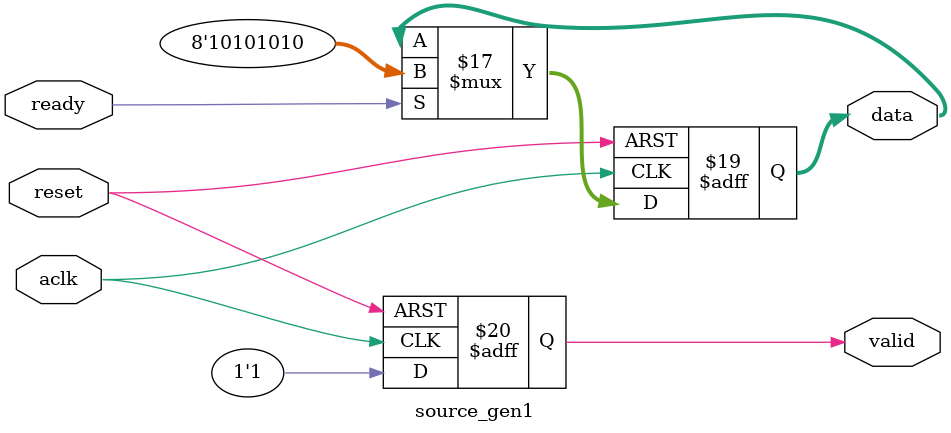
<source format=v>
`timescale 1ns / 1ps
module source_gen1(
	input wire reset,
	input wire aclk,
	input wire ready,
	
	output reg [7:0] data,
	output reg valid

    );
	 
	reg [15:0] lfsr16;
	reg [31:0] lfsr32;

	//assign valid = 1;
	
	always @(posedge aclk or posedge reset) begin
		if (reset) begin
			lfsr16 <= 16'hACE1;
			lfsr32 <= 32'hDEADBEEF;
			data <= 8'b1;
			//data <= 8'haa;
			valid <= 0;
		end else if (ready) begin
			lfsr16 <= {lfsr16[14:0], lfsr16[15]^lfsr16[13]^lfsr16[12]^lfsr16[10]};
			lfsr32 <= {lfsr32[30:0], lfsr32[31]^lfsr32[21]^lfsr32[1]^lfsr32[0]};
			//data <= (lfsr16[7:0]^lfsr32[15:8]);
			data <= 8'haa;
			valid <= 1;
		end else begin
			valid <= 1;
		end
		
	end


endmodule

</source>
